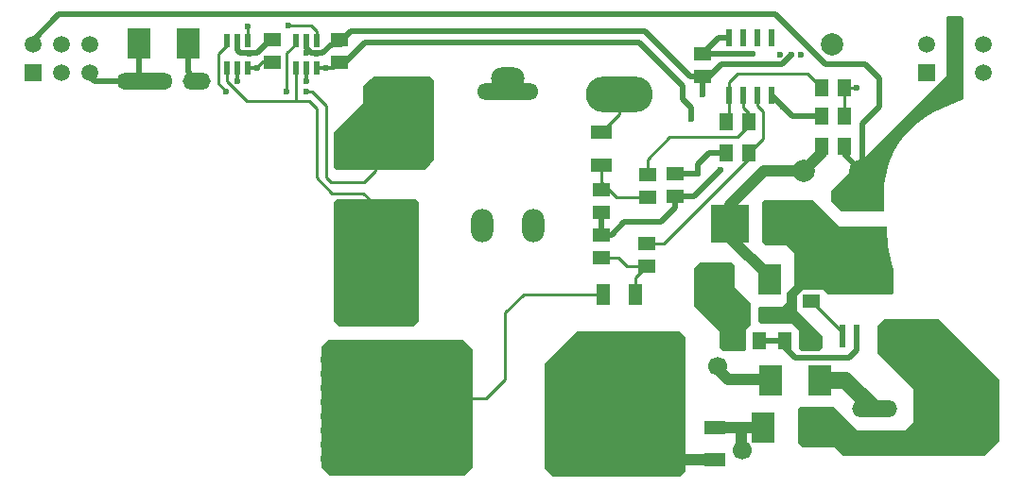
<source format=gtl>
G04 Layer_Physical_Order=1*
G04 Layer_Color=255*
%FSLAX44Y44*%
%MOMM*%
G71*
G01*
G75*
%ADD10R,0.6000X1.2000*%
%ADD11R,0.6000X2.0000*%
%ADD12R,7.3500X2.4000*%
%ADD13R,3.5000X3.5000*%
%ADD14R,2.1590X2.7430*%
%ADD15R,2.7430X2.1590*%
%ADD16R,1.2700X1.6002*%
%ADD17R,1.6002X1.2700*%
%ADD18R,1.8500X1.3000*%
%ADD19O,4.0640X1.5000*%
%ADD20R,4.0640X1.5000*%
%ADD21R,0.5080X1.5240*%
%ADD22R,1.3000X1.8500*%
%ADD23C,0.5000*%
%ADD24C,0.3000*%
%ADD25C,0.2540*%
%ADD26C,1.0000*%
%ADD27C,0.7000*%
%ADD28C,1.5000*%
%ADD29R,1.5000X1.5000*%
%ADD30C,1.5000*%
%ADD31O,4.5000X1.5000*%
%ADD32O,1.5000X4.5000*%
%ADD33O,2.0000X3.0000*%
%ADD34O,3.0000X2.0000*%
%ADD35O,6.0000X3.2000*%
%ADD36O,5.5000X1.5000*%
%ADD37C,2.0000*%
%ADD38R,1.2500X1.2500*%
%ADD39C,1.2500*%
%ADD40C,1.7000*%
%ADD41O,1.5000X6.5000*%
%ADD42O,5.0000X1.5000*%
%ADD43O,2.5000X1.5000*%
%ADD44C,2.0000*%
%ADD45C,0.6000*%
G36*
X825500Y-235316D02*
X865886Y-275702D01*
Y-301102D01*
Y-330058D01*
X865632Y-330312D01*
X852678Y-343266D01*
X725424D01*
X724662Y-342504D01*
X718312Y-336154D01*
X689864D01*
X688848Y-335138D01*
X685546Y-331836D01*
Y-302372D01*
Y-301864D01*
Y-301356D01*
X687578Y-299324D01*
X717042D01*
X724408Y-306690D01*
X738124Y-320406D01*
X781304D01*
X782320Y-319390D01*
X788162Y-313548D01*
Y-308214D01*
Y-283830D01*
X765302Y-260970D01*
X756666Y-252334D01*
Y-238364D01*
Y-226426D01*
X759714Y-223378D01*
X762000Y-221092D01*
X811276D01*
X825500Y-235316D01*
D02*
G37*
G36*
X628904Y-173086D02*
Y-182738D01*
Y-192390D01*
X632206Y-195692D01*
X642620Y-206106D01*
Y-210424D01*
Y-226172D01*
X641350Y-227442D01*
X638556Y-230236D01*
Y-235824D01*
Y-248016D01*
X637032Y-249540D01*
X617982D01*
X617728Y-249286D01*
X614680Y-246238D01*
Y-241920D01*
Y-231760D01*
X598424Y-215504D01*
X592074Y-209154D01*
Y-178166D01*
Y-175118D01*
X593852Y-173340D01*
X596900Y-170292D01*
X626110D01*
X628904Y-173086D01*
D02*
G37*
G36*
X584200Y-236840D02*
Y-334630D01*
Y-357490D01*
X582930Y-358760D01*
X579757Y-361933D01*
X465913D01*
X458470Y-354490D01*
Y-304150D01*
Y-260970D01*
X471170Y-248270D01*
X487680Y-231760D01*
X579120D01*
X584200Y-236840D01*
D02*
G37*
G36*
X394335Y-248270D02*
Y-307960D01*
Y-353680D01*
X393065Y-354950D01*
X386715Y-361300D01*
X266065D01*
X264795Y-360030D01*
X258445Y-353680D01*
Y-260970D01*
Y-245730D01*
X260985Y-243190D01*
X264795Y-239380D01*
X385445D01*
X394335Y-248270D01*
D02*
G37*
G36*
X833120Y49672D02*
X833374Y49418D01*
Y39004D01*
Y-23725D01*
X813552Y-31936D01*
D01*
X813537Y-31899D01*
X806159Y-35388D01*
X799159Y-39584D01*
X792604Y-44446D01*
X786557Y-49926D01*
X781076Y-55973D01*
X776214Y-62529D01*
X772019Y-69529D01*
X768529Y-76906D01*
X765780Y-84591D01*
X763797Y-92507D01*
X762599Y-100580D01*
X762199Y-108732D01*
X762239D01*
Y-124064D01*
X723900D01*
X717296Y-117460D01*
X715264Y-115428D01*
X715264Y-105522D01*
X715772Y-105014D01*
X740410Y-80376D01*
X745490Y-75296D01*
X818134Y-2652D01*
Y40274D01*
Y49672D01*
X819150Y50688D01*
X819404Y50942D01*
X831850D01*
X833120Y49672D01*
D02*
G37*
G36*
X359410Y-6970D02*
Y-78090D01*
X355600Y-81900D01*
X350520Y-86980D01*
X271780D01*
X269240Y-84440D01*
Y-76820D01*
Y-53960D01*
X283210Y-39990D01*
X295910Y-27290D01*
Y-20940D01*
Y-12050D01*
X302260Y-5700D01*
X304800Y-3160D01*
X355600D01*
X359410Y-6970D01*
D02*
G37*
G36*
X345440Y-116190D02*
Y-203820D01*
Y-222870D01*
X344170Y-224140D01*
X340360Y-227950D01*
X274320D01*
X271780Y-225410D01*
X269240Y-222870D01*
Y-211440D01*
Y-116190D01*
X271780Y-113650D01*
X342900D01*
X345440Y-116190D01*
D02*
G37*
G36*
X703072Y-118730D02*
X722376Y-138034D01*
X750316D01*
X750570Y-137780D01*
X765185Y-137780D01*
Y-145696D01*
X765073D01*
X765302Y-149781D01*
Y-150182D01*
X765342Y-150497D01*
X765577Y-154686D01*
X767086Y-163563D01*
X769265Y-171127D01*
X770382Y-176642D01*
Y-186040D01*
Y-197470D01*
X768858Y-198994D01*
X712724D01*
X712216Y-198486D01*
X708406Y-194676D01*
X690118D01*
X684784Y-200010D01*
Y-206106D01*
Y-213980D01*
X686562Y-215758D01*
X707136Y-236332D01*
Y-238872D01*
Y-246746D01*
X706628Y-247254D01*
X704596Y-249286D01*
X688340D01*
X687832Y-248778D01*
X686308Y-247254D01*
Y-246492D01*
Y-231252D01*
X683768Y-228712D01*
X680212Y-225156D01*
X652526D01*
X652272Y-224902D01*
X649986Y-222616D01*
Y-210424D01*
X651002Y-209408D01*
X671576D01*
X672084Y-208900D01*
X675132Y-205852D01*
Y-204582D01*
Y-196962D01*
X675894Y-196200D01*
X681990Y-190104D01*
Y-171054D01*
Y-162418D01*
X682244Y-162164D01*
X674878Y-154798D01*
X656844D01*
X653288Y-151242D01*
Y-121778D01*
Y-116444D01*
X653034Y-116190D01*
X655066Y-114158D01*
X698500D01*
X703072Y-118730D01*
D02*
G37*
%LPC*%
G36*
X276750Y-326421D02*
X276625Y-326472D01*
X276574Y-326597D01*
X276486D01*
X276887Y-328612D01*
X278028Y-330320D01*
X279736Y-331461D01*
X281750Y-331862D01*
Y-331774D01*
X281876Y-331723D01*
X281927Y-331597D01*
X281876Y-331472D01*
X281750Y-331421D01*
Y-331399D01*
X279913Y-331034D01*
X278355Y-329993D01*
X277314Y-328435D01*
X276949Y-326597D01*
X276927D01*
X276875Y-326472D01*
X276750Y-326421D01*
D02*
G37*
G36*
X281750Y-337333D02*
X279736Y-337733D01*
X278028Y-338875D01*
X276887Y-340583D01*
X276486Y-342597D01*
X276574D01*
X276625Y-342723D01*
X276750Y-342774D01*
X276875Y-342723D01*
X276927Y-342597D01*
X276949D01*
X277314Y-340760D01*
X278355Y-339202D01*
X279913Y-338161D01*
X281750Y-337796D01*
Y-337774D01*
X281876Y-337723D01*
X281927Y-337597D01*
X281876Y-337472D01*
X281750Y-337420D01*
Y-337333D01*
D02*
G37*
%LPD*%
D10*
X254356Y29152D02*
D03*
X244856D02*
D03*
X235356D02*
D03*
Y4152D02*
D03*
X244856D02*
D03*
X254356D02*
D03*
X192888D02*
D03*
X183388D02*
D03*
X173888D02*
D03*
Y29152D02*
D03*
X183388D02*
D03*
X192888D02*
D03*
D11*
X724916Y-236056D02*
D03*
X737616D02*
D03*
X763016D02*
D03*
X724916Y-187056D02*
D03*
X737616D02*
D03*
X750316D02*
D03*
X763016D02*
D03*
D12*
X306832Y-73446D02*
D03*
Y-127946D02*
D03*
D13*
X624510Y-134970D02*
D03*
X673510D02*
D03*
D14*
X660652Y-275448D02*
D03*
X704852D02*
D03*
X615440Y-185532D02*
D03*
X659640D02*
D03*
X698500Y-318120D02*
D03*
X654300D02*
D03*
X138942Y26812D02*
D03*
X94742D02*
D03*
D15*
X738124Y-155816D02*
D03*
Y-111616D02*
D03*
D16*
X706120Y-65644D02*
D03*
X726440D02*
D03*
X673354Y-240396D02*
D03*
X693674D02*
D03*
X629920Y-240142D02*
D03*
X650240D02*
D03*
X621030Y-71740D02*
D03*
X641350D02*
D03*
X706120Y-38720D02*
D03*
X726440D02*
D03*
X641350Y-43800D02*
D03*
X621030D02*
D03*
X706120Y-13320D02*
D03*
X726440D02*
D03*
D17*
X697484Y-205090D02*
D03*
Y-184770D02*
D03*
X214630Y29860D02*
D03*
Y9540D02*
D03*
X274320Y29860D02*
D03*
Y9540D02*
D03*
X550672Y-111872D02*
D03*
Y-91552D02*
D03*
X509270Y-104760D02*
D03*
Y-125080D02*
D03*
X549910Y-173340D02*
D03*
Y-153020D02*
D03*
X575310Y-90790D02*
D03*
Y-111110D02*
D03*
X599440Y17160D02*
D03*
Y-3160D02*
D03*
X509270Y-165720D02*
D03*
Y-145400D02*
D03*
D18*
X610362Y-347098D02*
D03*
Y-318098D02*
D03*
X509016Y-53408D02*
D03*
Y-82408D02*
D03*
D19*
X753618Y-301610D02*
D03*
D20*
X841248D02*
D03*
D21*
X623570Y31765D02*
D03*
X636270D02*
D03*
X648970D02*
D03*
X661670D02*
D03*
Y-20305D02*
D03*
X648970D02*
D03*
X636270D02*
D03*
X623570D02*
D03*
D22*
X510750Y-198740D02*
D03*
X539750D02*
D03*
D23*
X659131Y-186041D02*
X660400Y-187310D01*
X0Y25400D02*
Y28900D01*
Y22400D02*
Y25400D01*
Y28900D02*
X23500Y52400D01*
X825500Y25400D02*
Y32400D01*
Y0D02*
Y25400D01*
Y-13828D02*
Y0D01*
X54910Y-7110D02*
X100450D01*
X50800Y-3000D02*
X54910Y-7110D01*
X297514Y27400D02*
X542972D01*
X279654Y9540D02*
X297514Y27400D01*
X542972D02*
X581660Y-11288D01*
X600000Y17400D02*
X645000D01*
X614045Y31765D02*
X623570D01*
X599440Y17160D02*
X614045Y31765D01*
X670960Y7400D02*
X679450Y15890D01*
X616350Y7400D02*
X670960D01*
X605790Y-3160D02*
X616350Y7400D01*
X745000D02*
X757682Y-5282D01*
Y-30084D02*
Y-5282D01*
X548466Y37400D02*
X589026Y-3160D01*
X285000Y37400D02*
X548466D01*
X277460Y29860D02*
X285000Y37400D01*
X274320Y29860D02*
X277460D01*
X274320Y9540D02*
X279654D01*
X200613Y17652D02*
X209265Y26304D01*
X595630Y-81900D02*
X605790Y-71740D01*
X595630Y-90790D02*
Y-81900D01*
Y-90790D02*
Y-90790D01*
X589280Y-41260D02*
Y-31100D01*
X581660Y-23480D02*
X589280Y-31100D01*
X581660Y-23480D02*
Y-11288D01*
X589026Y-3160D02*
X599440D01*
X742442Y-87234D02*
Y-45324D01*
X742188Y-87488D02*
X742442Y-87234D01*
X730758Y-255382D02*
X737616Y-248524D01*
X682752Y-255382D02*
X730758D01*
X673354Y-245984D02*
X682752Y-255382D01*
X706120Y-71486D02*
Y-65644D01*
X771103Y-53747D02*
X795338Y-29512D01*
X771103Y-65858D02*
Y-53747D01*
X746506Y-83170D02*
X753792D01*
X740918Y-87488D02*
X742188D01*
X753792Y-83170D02*
X771103Y-65858D01*
X599440Y-19670D02*
Y-3160D01*
X605790D01*
X575310Y-90790D02*
X595630D01*
X605790Y-71740D02*
X621030D01*
X591820Y-111110D02*
X615950Y-86980D01*
X575310Y-111110D02*
X591820D01*
X575310Y-121270D02*
Y-111110D01*
X562610Y-133970D02*
X575310Y-121270D01*
X529590Y-133970D02*
X562610D01*
X518160Y-145400D02*
X529590Y-133970D01*
X509270Y-145400D02*
X518160D01*
X509270D02*
Y-125080D01*
X671830Y-30465D02*
X680085Y-38720D01*
X661670Y-20305D02*
X671830Y-30465D01*
X680085Y-38720D02*
X706120D01*
X726440Y-73010D02*
X740918Y-87488D01*
X726440Y-73010D02*
Y-65644D01*
X660400Y-187310D02*
X662180D01*
X740918Y-108822D02*
Y-87488D01*
X681228Y-218298D02*
X693674Y-230744D01*
X679450Y-216520D02*
X681228Y-218298D01*
X679450Y-198740D02*
X693420Y-184770D01*
X679450Y-216520D02*
Y-198740D01*
X693420Y-184770D02*
X697484D01*
X673354Y-245984D02*
Y-240396D01*
X737616Y-248524D02*
Y-236056D01*
X737616Y-187056D02*
X738124Y-186548D01*
Y-155816D01*
X697484Y-184770D02*
Y-154544D01*
X677910Y-134970D02*
X697484Y-154544D01*
X673510Y-134970D02*
X677910D01*
X750316Y-187056D02*
X763016D01*
X737616D02*
X750316D01*
X724916D02*
X737616D01*
X699770D02*
X724916D01*
X697484Y-184770D02*
X699770Y-187056D01*
X657460Y-218298D02*
X681228D01*
X693674Y-240396D02*
Y-230744D01*
X650240Y-240142D02*
X650494Y-240396D01*
X673354D01*
X183388Y20208D02*
X185944Y17652D01*
X94742Y-1402D02*
X100450Y-7110D01*
X94742Y-1402D02*
Y26812D01*
X244856Y21874D02*
Y29152D01*
X259634Y17652D02*
X267778Y25796D01*
X183388Y20208D02*
Y29152D01*
X138942Y898D02*
Y26812D01*
Y898D02*
X146950Y-7110D01*
X742442Y-45324D02*
X757682Y-30084D01*
X795338Y-29512D02*
X809816D01*
X825500Y-13828D01*
X710000Y7400D02*
X745000D01*
X23500Y52400D02*
X665000D01*
X710000Y7400D01*
X185944Y17652D02*
X200613D01*
X209265Y26304D02*
X214630D01*
X244856Y21874D02*
X249078Y17652D01*
X259634D01*
X267778Y25796D02*
X276098D01*
X738124Y-111616D02*
X740918Y-108822D01*
D24*
X200914Y4152D02*
X206302Y9540D01*
X192888Y4152D02*
X200914D01*
X697484Y-205090D02*
X724916Y-232522D01*
Y-236056D02*
Y-232522D01*
X254356Y4152D02*
X262890D01*
X244856Y-7478D02*
Y4152D01*
X183388Y-7224D02*
Y4152D01*
X262890D02*
X269327D01*
X206302Y9540D02*
X214630D01*
X274320Y9145D02*
Y9540D01*
X269327Y4152D02*
X274320Y9145D01*
D25*
X249000Y42400D02*
X254356Y37044D01*
X229000Y42400D02*
X249000D01*
X254356Y29152D02*
Y37044D01*
X641350Y-45070D02*
Y-36180D01*
X192888Y29152D02*
Y41950D01*
X298450Y-127874D02*
X312420Y-141844D01*
Y-155560D02*
Y-141844D01*
X298450Y-72756D02*
X324942Y-46264D01*
X509016Y-98156D02*
X522732Y-111872D01*
X726440Y-13320D02*
X738124D01*
X539750Y-183500D02*
X549910Y-173340D01*
X539750Y-198740D02*
Y-183500D01*
X311950Y-194610D02*
X312420Y-194140D01*
X641350Y-45070D02*
X641350Y-45070D01*
X636270Y-31100D02*
X641350Y-36180D01*
X636270Y-31100D02*
Y-20305D01*
X522732Y-111872D02*
X550672D01*
X509016Y-98156D02*
Y-82408D01*
X491465Y-334605D02*
X558448D01*
X470950Y-314090D02*
X491465Y-334605D01*
X470950Y-314090D02*
Y-292097D01*
X525451Y-242847D02*
X532209Y-249605D01*
X558448D01*
X623570Y-20305D02*
Y-8240D01*
X570230Y-57770D02*
X631190D01*
X550672Y-77328D02*
X570230Y-57770D01*
X550672Y-91552D02*
Y-77328D01*
X693420Y-620D02*
X706120Y-13320D01*
X621030Y-43800D02*
X623570Y-41260D01*
Y-20305D01*
X726440Y-38720D02*
Y-13320D01*
X549910Y-153020D02*
X565150D01*
X641350Y-76820D01*
Y-71740D01*
X641350Y-45070D02*
Y-43800D01*
Y-47610D02*
Y-45070D01*
X631190Y-57770D02*
X641350Y-47610D01*
X641350Y-71740D02*
X654050Y-59040D01*
Y-34910D01*
X648970Y-29830D02*
X654050Y-34910D01*
X648970Y-29830D02*
Y-20305D01*
X509016Y-53408D02*
X524942Y-37482D01*
Y-19668D01*
X165862Y16906D02*
X173888Y24932D01*
X165862Y-9256D02*
Y16906D01*
Y-9256D02*
X173228Y-16622D01*
Y-16876D02*
Y-16622D01*
X192024Y-25512D02*
X235204D01*
X173888Y-7376D02*
X192024Y-25512D01*
X173888Y-7376D02*
Y4152D01*
Y24932D02*
Y29152D01*
X227584Y18176D02*
X235356Y25948D01*
X227584Y-16876D02*
Y18176D01*
X235356Y25948D02*
Y29152D01*
Y-25360D02*
Y4152D01*
X235204Y-25512D02*
X235356Y-25360D01*
X324942Y-46264D02*
Y-16368D01*
X298450Y-73374D02*
Y-72756D01*
X266700Y-97902D02*
X296926D01*
X267970Y-107808D02*
X296164D01*
X296926Y-97902D02*
X306832Y-87996D01*
Y-73446D01*
X296164Y-107808D02*
X306832Y-118476D01*
Y-127946D02*
Y-118476D01*
X509270Y-165720D02*
X524510D01*
X532130Y-173340D01*
X549910D01*
X254000Y-93838D02*
X267970Y-107808D01*
X262890Y-94092D02*
X266700Y-97902D01*
X470950Y-292097D02*
Y-275160D01*
X503263Y-242847D01*
X525451D01*
X379950Y-292097D02*
X405753D01*
X422910Y-274940D01*
Y-215250D01*
X439420Y-198740D01*
X510750D01*
X262890Y-94092D02*
Y-29830D01*
X235204Y-25512D02*
X247650D01*
X254000Y-31862D01*
Y-93838D02*
Y-31862D01*
X245110Y-17130D02*
X250190D01*
X262890Y-29830D01*
X623570Y-8240D02*
X631190Y-620D01*
X693420D01*
X312420Y-194140D02*
Y-155560D01*
D26*
X634394Y-338440D02*
Y-319778D01*
X659640Y-185532D02*
Y-182994D01*
X624510Y-147864D02*
X659640Y-182994D01*
X624510Y-147864D02*
Y-134970D01*
X690118Y-87488D02*
X706120Y-71486D01*
X655066Y-87488D02*
X690118D01*
X624510Y-134970D02*
Y-118044D01*
X655066Y-87488D01*
X615440Y-201278D02*
X632460Y-218298D01*
X615440Y-201278D02*
Y-185532D01*
X629920Y-220838D02*
X632460Y-218298D01*
X629920Y-240142D02*
Y-220838D01*
X632714Y-318098D02*
X647422D01*
X610362D02*
X632714D01*
X647422D02*
X648460Y-319136D01*
X632714Y-318098D02*
X634394Y-319778D01*
X570941Y-347098D02*
X610362D01*
X558448Y-334605D02*
X570941Y-347098D01*
X613000Y-265386D02*
Y-263440D01*
Y-265386D02*
X622554Y-274940D01*
X660650D01*
X704850D02*
X704852D01*
D27*
X830580Y-301610D02*
X841248D01*
X765026Y-236056D02*
X830580Y-301610D01*
X763016Y-236056D02*
X765026D01*
X808228Y-334630D02*
X841248Y-301610D01*
X732790Y-334630D02*
X808228D01*
X716280Y-318120D02*
X732790Y-334630D01*
X698500Y-318120D02*
X716280D01*
D28*
X704852Y-275448D02*
X726440D01*
X727456D01*
X735076Y-283068D01*
X753618Y-301610D01*
D29*
X0Y0D02*
D03*
X800100D02*
D03*
D30*
X0Y25400D02*
D03*
X25400Y0D02*
D03*
Y25400D02*
D03*
X50800Y0D02*
D03*
Y25400D02*
D03*
X800100D02*
D03*
X825500Y0D02*
D03*
Y25400D02*
D03*
X850900Y0D02*
D03*
Y25400D02*
D03*
D31*
X525451Y-242847D02*
D03*
X292453Y-334605D02*
D03*
X292453Y-249605D02*
D03*
X558448D02*
D03*
X558448Y-334605D02*
D03*
D32*
X379950Y-292097D02*
D03*
X470950D02*
D03*
D33*
X402450Y-136597D02*
D03*
X448451D02*
D03*
D34*
X425451Y-4884D02*
D03*
D35*
X524942Y-19668D02*
D03*
D36*
X424942Y-16368D02*
D03*
X324942D02*
D03*
D37*
X690118Y-87488D02*
D03*
X740918D02*
D03*
D38*
X632460Y-218298D02*
D03*
D39*
X657460D02*
D03*
D40*
X613000Y-263440D02*
D03*
X635000Y-338440D02*
D03*
D41*
X311950Y-194610D02*
D03*
X273950Y-325110D02*
D03*
D42*
X100450Y-7110D02*
D03*
D43*
X146950D02*
D03*
D44*
X715518Y25908D02*
D03*
D45*
X229000Y42400D02*
D03*
X192888Y41950D02*
D03*
X645000Y17400D02*
D03*
X810260Y-18400D02*
D03*
X825500Y45100D02*
D03*
X751840Y-74280D02*
D03*
X728980Y-120000D02*
D03*
X751840D02*
D03*
X741680Y-112380D02*
D03*
X751840Y-104760D02*
D03*
X728980D02*
D03*
X599440Y-19670D02*
D03*
X679450Y15890D02*
D03*
X615950Y-86980D02*
D03*
X589280Y-41260D02*
D03*
X671830Y-30465D02*
D03*
X595630Y-90790D02*
D03*
X254000Y16906D02*
D03*
X194056D02*
D03*
X173228Y-16876D02*
D03*
X183388Y-7224D02*
D03*
X244856Y-7478D02*
D03*
X262890Y4152D02*
D03*
X200914Y4206D02*
D03*
X227584Y-16876D02*
D03*
X245110Y-17130D02*
D03*
X273050Y-117460D02*
D03*
X285750D02*
D03*
X298450D02*
D03*
X311150D02*
D03*
X323850D02*
D03*
X336550D02*
D03*
X273050Y-130160D02*
D03*
X285750D02*
D03*
X298450D02*
D03*
X311150D02*
D03*
X323850D02*
D03*
X336550D02*
D03*
X273050Y-142860D02*
D03*
X298450D02*
D03*
X285750D02*
D03*
X311150D02*
D03*
X323850D02*
D03*
X336550D02*
D03*
X273050Y-155560D02*
D03*
X285750D02*
D03*
X298450D02*
D03*
X312420D02*
D03*
X323850D02*
D03*
X336550D02*
D03*
X273050Y-168260D02*
D03*
X285750D02*
D03*
X298450D02*
D03*
X323850D02*
D03*
X336550D02*
D03*
X273050Y-180960D02*
D03*
Y-193660D02*
D03*
Y-206360D02*
D03*
Y-219060D02*
D03*
X285750D02*
D03*
Y-206360D02*
D03*
Y-193660D02*
D03*
Y-180960D02*
D03*
X298450D02*
D03*
Y-193660D02*
D03*
Y-206360D02*
D03*
Y-219060D02*
D03*
X323850D02*
D03*
Y-206360D02*
D03*
Y-193660D02*
D03*
Y-180960D02*
D03*
X336550D02*
D03*
Y-193660D02*
D03*
Y-206360D02*
D03*
Y-219060D02*
D03*
X260350Y-257160D02*
D03*
Y-269860D02*
D03*
Y-282560D02*
D03*
Y-295260D02*
D03*
Y-307960D02*
D03*
Y-320660D02*
D03*
Y-333360D02*
D03*
Y-346060D02*
D03*
X273050Y-269860D02*
D03*
X285750D02*
D03*
X298450D02*
D03*
X311150D02*
D03*
X323850D02*
D03*
Y-282560D02*
D03*
Y-295260D02*
D03*
Y-307960D02*
D03*
Y-320660D02*
D03*
Y-333360D02*
D03*
Y-346060D02*
D03*
Y-358760D02*
D03*
X311150D02*
D03*
Y-346060D02*
D03*
X298450D02*
D03*
Y-358760D02*
D03*
X285750Y-346060D02*
D03*
Y-358760D02*
D03*
X311150Y-320660D02*
D03*
X298450D02*
D03*
X285750D02*
D03*
X311150Y-307960D02*
D03*
X298450D02*
D03*
X285750D02*
D03*
X311150Y-295260D02*
D03*
X298450D02*
D03*
X285750D02*
D03*
X311150Y-282560D02*
D03*
X298450D02*
D03*
X285750D02*
D03*
X273050D02*
D03*
X323850Y-257160D02*
D03*
X273050D02*
D03*
X285750D02*
D03*
X298450D02*
D03*
X311150D02*
D03*
X726440Y-275448D02*
D03*
X745490Y-291196D02*
D03*
X735076Y-283068D02*
D03*
X244856Y17668D02*
D03*
X669290Y15890D02*
D03*
X688086Y16144D02*
D03*
X738124Y-13320D02*
D03*
M02*

</source>
